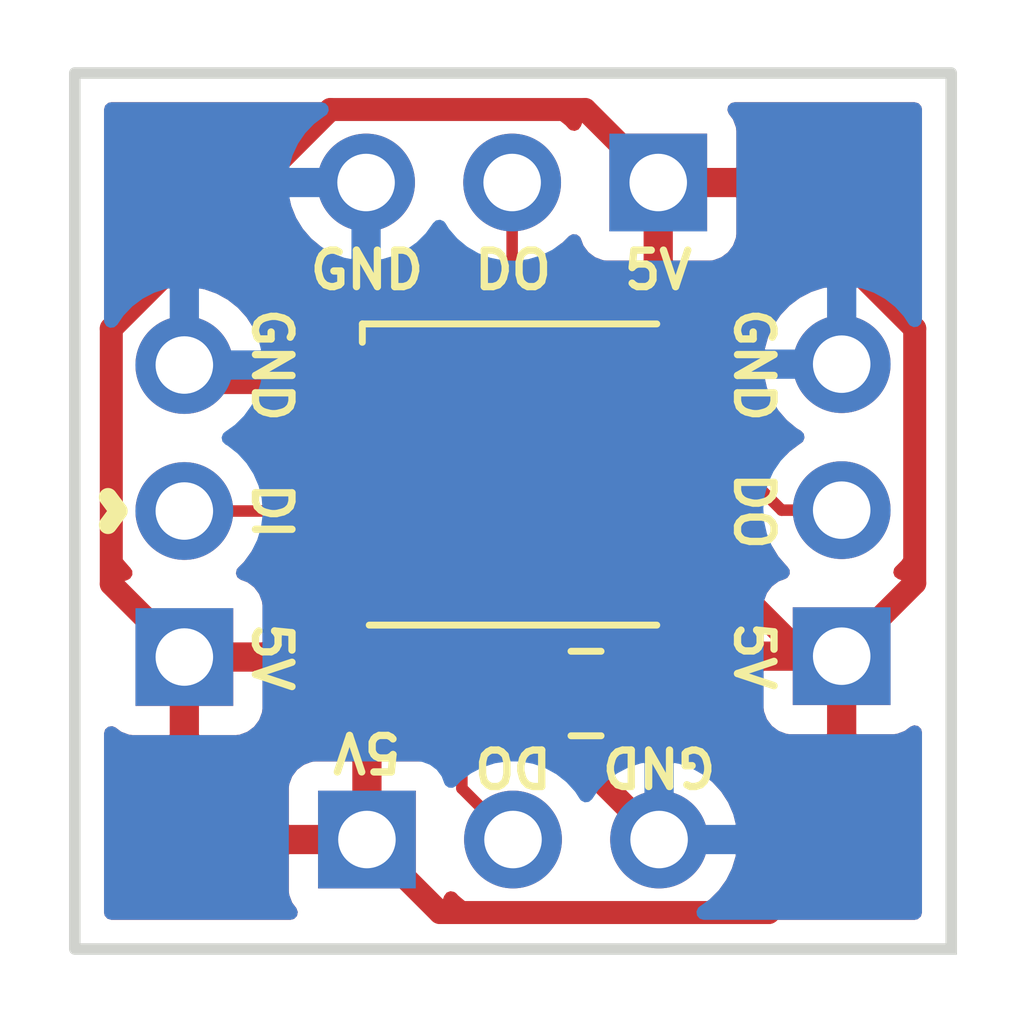
<source format=kicad_pcb>
(kicad_pcb (version 20211014) (generator pcbnew)
  (layers (0 "F.Cu" signal) (31 "B.Cu" signal) (34 "B.Paste" user) (35 "F.Paste" user) (36 "B.SilkS" user "B.Silkscreen") (37 "F.SilkS" user "F.Silkscreen") (38 "B.Mask" user) (39 "F.Mask" user) (44 "Edge.Cuts" user))
  (net 0 "")
  (net 1 "GND")
  (net 2 "DIN")
  (net 3 "+5V")
  (net 4 "DOUT")
  (footprint "Connector_PinHeader_2.54mm:PinHeader_1x03_P2.54mm_Vertical" (layer "F.Cu") (at 139.7 107.3 180)
    (fp_text reference "J4" hide)
    (fp_text value "Conn_01x03_Female" hide)
    (pad "1" thru_hole rect (at 0 0 180) (size 1.7 1.7) (drill 1) (layers *.Cu *.Mask) (net 3 "+5V"))
    (pad "2" thru_hole oval (at 0 2.54 180) (size 1.7 1.7) (drill 1) (layers *.Cu *.Mask) (net 4 "DOUT"))
    (pad "3" thru_hole oval (at 0 5.08 180) (size 1.7 1.7) (drill 1) (layers *.Cu *.Mask) (net 1 "GND"))
  )
  (footprint "Connector_PinHeader_2.54mm:PinHeader_1x03_P2.54mm_Vertical" (layer "F.Cu") (at 131.445 110.49 90)
    (fp_text reference "J3" hide)
    (fp_text value "Conn_01x03_Female" hide)
    (pad "1" thru_hole rect (at 0 0 90) (size 1.7 1.7) (drill 1) (layers *.Cu *.Mask) (net 3 "+5V"))
    (pad "2" thru_hole oval (at 0 2.54 90) (size 1.7 1.7) (drill 1) (layers *.Cu *.Mask) (net 4 "DOUT"))
    (pad "3" thru_hole oval (at 0 5.08 90) (size 1.7 1.7) (drill 1) (layers *.Cu *.Mask) (net 1 "GND"))
  )
  (footprint "Capacitor_SMD:C_0805_2012Metric" (layer "F.Cu") (at 135.255 107.95 180)
    (fp_text reference "C1" hide)
    (fp_text value "0.1uF" hide)
    (fp_line (start -0.261252 0.735) (end 0.261252 0.735) (layer "F.SilkS") (width 0.12))
    (fp_line (start -0.261252 -0.735) (end 0.261252 -0.735) (layer "F.SilkS") (width 0.12))
    (pad "1" smd roundrect (at -0.95 0 180) (size 1 1.45) (layers "F.Cu" "F.Paste" "F.Mask") (net 3 "+5V"))
    (pad "2" smd roundrect (at 0.95 0 180) (size 1 1.45) (layers "F.Cu" "F.Paste" "F.Mask") (net 1 "GND"))
  )
  (footprint "LED_SMD:LED_Inolux_IN-PI554FCH_PLCC4_5.0x5.0mm_P3.2mm" (layer "F.Cu") (at 133.985 104.14)
    (fp_text reference "RGB_1" hide)
    (fp_text value "Inolux_IN-PI554FCH" hide)
    (fp_line (start -2.5 2.62) (end 2.5 2.62) (layer "F.SilkS") (width 0.12))
    (fp_line (start -2.62 -2.62) (end 2.5 -2.62) (layer "F.SilkS") (width 0.12))
    (fp_line (start -2.62 -2.3) (end -2.62 -2.62) (layer "F.SilkS") (width 0.12))
    (pad "1" smd rect (at -2.45 -1.6) (size 1.5 1) (layers "F.Cu" "F.Paste" "F.Mask") (net 1 "GND"))
    (pad "2" smd rect (at -2.45 1.6) (size 1.5 1) (layers "F.Cu" "F.Paste" "F.Mask") (net 2 "DIN"))
    (pad "3" smd rect (at 2.45 1.6) (size 1.5 1) (layers "F.Cu" "F.Paste" "F.Mask") (net 3 "+5V"))
    (pad "4" smd rect (at 2.45 -1.6) (size 1.5 1) (layers "F.Cu" "F.Paste" "F.Mask") (net 4 "DOUT"))
  )
  (footprint "Connector_PinHeader_2.54mm:PinHeader_1x03_P2.54mm_Vertical" (layer "F.Cu") (at 128.27 107.315 180)
    (fp_text reference "J1" hide)
    (fp_text value "Conn_01x03_Female" hide)
    (pad "1" thru_hole rect (at 0 0 180) (size 1.7 1.7) (drill 1) (layers *.Cu *.Mask) (net 3 "+5V"))
    (pad "2" thru_hole oval (at 0 2.54 180) (size 1.7 1.7) (drill 1) (layers *.Cu *.Mask) (net 2 "DIN"))
    (pad "3" thru_hole oval (at 0 5.08 180) (size 1.7 1.7) (drill 1) (layers *.Cu *.Mask) (net 1 "GND"))
  )
  (footprint "Connector_PinHeader_2.54mm:PinHeader_1x03_P2.54mm_Vertical" (layer "F.Cu") (at 136.51 99.06 -90)
    (fp_text reference "J2" hide)
    (fp_text value "Conn_01x03_Female" hide)
    (pad "1" thru_hole rect (at 0 0 270) (size 1.7 1.7) (drill 1) (layers *.Cu *.Mask) (net 3 "+5V"))
    (pad "2" thru_hole oval (at 0 2.54 270) (size 1.7 1.7) (drill 1) (layers *.Cu *.Mask) (net 4 "DOUT"))
    (pad "3" thru_hole oval (at 0 5.08 270) (size 1.7 1.7) (drill 1) (layers *.Cu *.Mask) (net 1 "GND"))
  )
  (gr_poly (pts (xy 141.605 112.395) (xy 126.365 112.395) (xy 126.365 97.155) (xy 141.605 97.155)) (layer "Edge.Cuts") (width 0.2) (fill none))
  (gr_text "GND" (at 138.176 102.235 270) (layer "F.SilkS") (effects (font (size 0.635 0.635) (thickness 0.127))))
  (gr_text "DO" (at 133.985 109.22 180) (layer "F.SilkS") (effects (font (size 0.635 0.635) (thickness 0.127))))
  (gr_text "^" (at 126.365 104.775 270) (layer "F.SilkS") (effects (font (size 1.27 1.27) (thickness 0.3175))))
  (gr_text "5V" (at 138.176 107.3 270) (layer "F.SilkS") (effects (font (size 0.635 0.635) (thickness 0.127))))
  (gr_text "GND" (at 136.525 109.22 180) (layer "F.SilkS") (effects (font (size 0.635 0.635) (thickness 0.127))))
  (gr_text "DI" (at 129.794 104.775 270) (layer "F.SilkS") (effects (font (size 0.635 0.635) (thickness 0.127))))
  (gr_text "GND" (at 131.445 100.584) (layer "F.SilkS") (effects (font (size 0.635 0.635) (thickness 0.127))))
  (gr_text "DO" (at 133.985 100.584) (layer "F.SilkS") (effects (font (size 0.635 0.635) (thickness 0.127))))
  (gr_text "5V" (at 136.51 100.584) (layer "F.SilkS") (effects (font (size 0.635 0.635) (thickness 0.127))))
  (gr_text "5V" (at 129.794 107.315 270) (layer "F.SilkS") (effects (font (size 0.635 0.635) (thickness 0.127))))
  (gr_text "DO" (at 138.176 104.775 270) (layer "F.SilkS") (effects (font (size 0.635 0.635) (thickness 0.127))))
  (gr_text "5V" (at 131.445 108.966 180) (layer "F.SilkS") (effects (font (size 0.635 0.635) (thickness 0.127))))
  (gr_text "GND" (at 129.794 102.235 270) (layer "F.SilkS") (effects (font (size 0.635 0.635) (thickness 0.127))))
  (segment (start 134.305 107.95) (end 134.305 108.27) (width 0.4) (layer "F.Cu") (net 1))
  (segment (start 131.535 102.54) (end 128.575 102.54) (width 0.4) (layer "F.Cu") (net 1))
  (segment (start 131.43 99.06) (end 131.43 102.435) (width 0.4) (layer "F.Cu") (net 1))
  (segment (start 131.43 102.435) (end 131.535 102.54) (width 0.4) (layer "F.Cu") (net 1))
  (segment (start 134.305 108.27) (end 136.525 110.49) (width 0.4) (layer "F.Cu") (net 1))
  (segment (start 128.575 102.54) (end 128.27 102.235) (width 0.4) (layer "F.Cu") (net 1))
  (segment (start 128.27 104.775) (end 130.57 104.775) (width 0.2) (layer "F.Cu") (net 2))
  (segment (start 130.57 104.775) (end 131.535 105.74) (width 0.2) (layer "F.Cu") (net 2))
  (segment (start 131.445 110.49) (end 132.715 111.76) (width 0.4) (layer "F.Cu") (net 3))
  (segment (start 132.715 111.76) (end 138.43 111.76) (width 0.4) (layer "F.Cu") (net 3))
  (segment (start 139.7 110.49) (end 139.7 107.3) (width 0.4) (layer "F.Cu") (net 3))
  (segment (start 139.685 107.315) (end 139.7 107.3) (width 0.4) (layer "F.Cu") (net 3))
  (segment (start 137.49 105.74) (end 139.065 107.315) (width 0.4) (layer "F.Cu") (net 3))
  (segment (start 140.97 106.03) (end 140.97 101.6) (width 0.4) (layer "F.Cu") (net 3))
  (segment (start 128.27 109.22) (end 129.54 110.49) (width 0.4) (layer "F.Cu") (net 3))
  (segment (start 140.97 101.6) (end 138.43 99.06) (width 0.4) (layer "F.Cu") (net 3))
  (segment (start 139.7 107.3) (end 140.97 106.03) (width 0.4) (layer "F.Cu") (net 3))
  (segment (start 136.51 99.06) (end 135.24 97.79) (width 0.4) (layer "F.Cu") (net 3))
  (segment (start 138.43 99.06) (end 136.51 99.06) (width 0.4) (layer "F.Cu") (net 3))
  (segment (start 127 106.045) (end 128.27 107.315) (width 0.4) (layer "F.Cu") (net 3))
  (segment (start 128.27 107.315) (end 128.27 109.22) (width 0.4) (layer "F.Cu") (net 3))
  (segment (start 129.54 110.49) (end 131.445 110.49) (width 0.4) (layer "F.Cu") (net 3))
  (segment (start 136.435 105.74) (end 136.435 107.72) (width 0.4) (layer "F.Cu") (net 3))
  (segment (start 139.065 107.315) (end 139.685 107.315) (width 0.4) (layer "F.Cu") (net 3))
  (segment (start 130.81 97.79) (end 127 101.6) (width 0.4) (layer "F.Cu") (net 3))
  (segment (start 136.435 107.72) (end 136.205 107.95) (width 0.4) (layer "F.Cu") (net 3))
  (segment (start 135.24 97.79) (end 130.81 97.79) (width 0.4) (layer "F.Cu") (net 3))
  (segment (start 138.43 111.76) (end 139.7 110.49) (width 0.4) (layer "F.Cu") (net 3))
  (segment (start 136.435 105.74) (end 137.49 105.74) (width 0.4) (layer "F.Cu") (net 3))
  (segment (start 127 101.6) (end 127 106.045) (width 0.4) (layer "F.Cu") (net 3))
  (segment (start 136.068 102.54) (end 133.97 100.442) (width 0.2) (layer "F.Cu") (net 4))
  (segment (start 136.435 102.54) (end 138.655 104.76) (width 0.2) (layer "F.Cu") (net 4))
  (segment (start 133.096 109.601) (end 133.985 110.49) (width 0.2) (layer "F.Cu") (net 4))
  (segment (start 136.435 102.54) (end 136.435 102.579) (width 0.2) (layer "F.Cu") (net 4))
  (segment (start 133.97 100.442) (end 133.97 99.06) (width 0.2) (layer "F.Cu") (net 4))
  (segment (start 136.435 102.579) (end 133.096 105.918) (width 0.2) (layer "F.Cu") (net 4))
  (segment (start 138.655 104.76) (end 139.7 104.76) (width 0.2) (layer "F.Cu") (net 4))
  (segment (start 136.435 102.54) (end 136.068 102.54) (width 0.2) (layer "F.Cu") (net 4))
  (segment (start 133.096 105.918) (end 133.096 109.601) (width 0.2) (layer "F.Cu") (net 4))
  (zone (net 0) (net_name "") (layer "F.Cu") (connect_pads (clearance 0)) (min_thickness 0.254)
    (keepout (tracks allowed) (vias allowed) (pads allowed) (copperpour not_allowed) (footprints allowed))
    (fill (thermal_gap 0.508) (thermal_bridge_width 0.508))
    (polygon (pts (xy 137.16 109.855) (xy 134.62 109.855) (xy 134.769412 106.082353) (xy 137.16 106.68)))
  )
  (zone (net 0) (net_name "") (layer "F.Cu") (connect_pads (clearance 0)) (min_thickness 0.254)
    (keepout (tracks allowed) (vias allowed) (pads allowed) (copperpour not_allowed) (footprints allowed))
    (fill (thermal_gap 0.508) (thermal_bridge_width 0.508))
    (polygon (pts (xy 135.89 106.045) (xy 132.08 106.045) (xy 132.08 102.235) (xy 135.89 102.235)))
  )
  (zone (net 3) (net_name "+5V") (layer "F.Cu") (connect_pads (clearance 0.508)) (min_thickness 0.254) (fill yes (thermal_gap 0.508) (thermal_bridge_width 0.508))
    (polygon (pts (xy 142.875 113.665) (xy 125.095 113.665) (xy 125.095 95.885) (xy 142.875 95.885)))
  )
  (zone (net 1) (net_name "GND") (layer "B.Cu") (connect_pads (clearance 0.508)) (min_thickness 0.254) (fill yes (thermal_gap 0.508) (thermal_bridge_width 0.508))
    (polygon (pts (xy 142.875 113.665) (xy 125.095 113.665) (xy 125.095 95.885) (xy 142.875 95.885)))
  )
)
</source>
